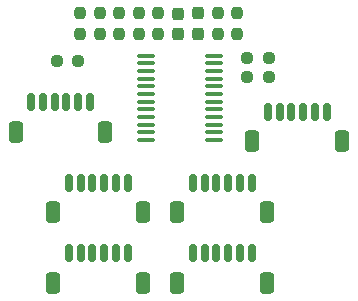
<source format=gbr>
%TF.GenerationSoftware,KiCad,Pcbnew,(6.0.4)*%
%TF.CreationDate,2023-05-25T13:52:57-04:00*%
%TF.ProjectId,CONN,434f4e4e-2e6b-4696-9361-645f70636258,rev?*%
%TF.SameCoordinates,Original*%
%TF.FileFunction,Paste,Top*%
%TF.FilePolarity,Positive*%
%FSLAX46Y46*%
G04 Gerber Fmt 4.6, Leading zero omitted, Abs format (unit mm)*
G04 Created by KiCad (PCBNEW (6.0.4)) date 2023-05-25 13:52:57*
%MOMM*%
%LPD*%
G01*
G04 APERTURE LIST*
G04 Aperture macros list*
%AMRoundRect*
0 Rectangle with rounded corners*
0 $1 Rounding radius*
0 $2 $3 $4 $5 $6 $7 $8 $9 X,Y pos of 4 corners*
0 Add a 4 corners polygon primitive as box body*
4,1,4,$2,$3,$4,$5,$6,$7,$8,$9,$2,$3,0*
0 Add four circle primitives for the rounded corners*
1,1,$1+$1,$2,$3*
1,1,$1+$1,$4,$5*
1,1,$1+$1,$6,$7*
1,1,$1+$1,$8,$9*
0 Add four rect primitives between the rounded corners*
20,1,$1+$1,$2,$3,$4,$5,0*
20,1,$1+$1,$4,$5,$6,$7,0*
20,1,$1+$1,$6,$7,$8,$9,0*
20,1,$1+$1,$8,$9,$2,$3,0*%
G04 Aperture macros list end*
%ADD10RoundRect,0.237500X0.237500X-0.250000X0.237500X0.250000X-0.237500X0.250000X-0.237500X-0.250000X0*%
%ADD11RoundRect,0.150000X0.150000X0.625000X-0.150000X0.625000X-0.150000X-0.625000X0.150000X-0.625000X0*%
%ADD12RoundRect,0.250000X0.350000X0.650000X-0.350000X0.650000X-0.350000X-0.650000X0.350000X-0.650000X0*%
%ADD13RoundRect,0.237500X0.250000X0.237500X-0.250000X0.237500X-0.250000X-0.237500X0.250000X-0.237500X0*%
%ADD14RoundRect,0.237500X-0.237500X0.250000X-0.237500X-0.250000X0.237500X-0.250000X0.237500X0.250000X0*%
%ADD15RoundRect,0.237500X-0.237500X0.287500X-0.237500X-0.287500X0.237500X-0.287500X0.237500X0.287500X0*%
%ADD16RoundRect,0.237500X-0.250000X-0.237500X0.250000X-0.237500X0.250000X0.237500X-0.250000X0.237500X0*%
%ADD17RoundRect,0.237500X0.237500X-0.300000X0.237500X0.300000X-0.237500X0.300000X-0.237500X-0.300000X0*%
%ADD18RoundRect,0.100000X-0.637500X-0.100000X0.637500X-0.100000X0.637500X0.100000X-0.637500X0.100000X0*%
G04 APERTURE END LIST*
D10*
%TO.C,R7*%
X148385000Y-47825000D03*
X148385000Y-46000000D03*
%TD*%
D11*
%TO.C,J9*%
X161250000Y-66363022D03*
X160250000Y-66363022D03*
X159250000Y-66363022D03*
X158250000Y-66363022D03*
X157250000Y-66363022D03*
X156250000Y-66363022D03*
D12*
X162550000Y-68888022D03*
X154950000Y-68888022D03*
%TD*%
D13*
%TO.C,R4*%
X146552500Y-50058022D03*
X144727500Y-50058022D03*
%TD*%
D14*
%TO.C,R9*%
X150035000Y-46000000D03*
X150035000Y-47825000D03*
%TD*%
D15*
%TO.C,D1*%
X155025000Y-46060000D03*
X155025000Y-47810000D03*
%TD*%
D16*
%TO.C,R3*%
X160837500Y-51450000D03*
X162662500Y-51450000D03*
%TD*%
D11*
%TO.C,J7*%
X150750000Y-60363022D03*
X149750000Y-60363022D03*
X148750000Y-60363022D03*
X147750000Y-60363022D03*
X146750000Y-60363022D03*
X145750000Y-60363022D03*
D12*
X152050000Y-62888022D03*
X144450000Y-62888022D03*
%TD*%
D11*
%TO.C,J6*%
X147550000Y-53563022D03*
X146550000Y-53563022D03*
X145550000Y-53563022D03*
X144550000Y-53563022D03*
X143550000Y-53563022D03*
X142550000Y-53563022D03*
D12*
X148850000Y-56088022D03*
X141250000Y-56088022D03*
%TD*%
D10*
%TO.C,R1*%
X153335000Y-47825000D03*
X153335000Y-46000000D03*
%TD*%
D11*
%TO.C,J8*%
X167600000Y-54363022D03*
X166600000Y-54363022D03*
X165600000Y-54363022D03*
X164600000Y-54363022D03*
X163600000Y-54363022D03*
X162600000Y-54363022D03*
D12*
X161300000Y-56888022D03*
X168900000Y-56888022D03*
%TD*%
D11*
%TO.C,J4*%
X150750000Y-66363022D03*
X149750000Y-66363022D03*
X148750000Y-66363022D03*
X147750000Y-66363022D03*
X146750000Y-66363022D03*
X145750000Y-66363022D03*
D12*
X144450000Y-68888022D03*
X152050000Y-68888022D03*
%TD*%
D14*
%TO.C,R10*%
X146735000Y-46000000D03*
X146735000Y-47825000D03*
%TD*%
%TO.C,R8*%
X158365000Y-45990000D03*
X158365000Y-47815000D03*
%TD*%
D17*
%TO.C,C1*%
X156715000Y-47765000D03*
X156715000Y-46040000D03*
%TD*%
D16*
%TO.C,R2*%
X160837500Y-49780000D03*
X162662500Y-49780000D03*
%TD*%
D10*
%TO.C,R5*%
X160015000Y-47815000D03*
X160015000Y-45990000D03*
%TD*%
D18*
%TO.C,U1*%
X152287500Y-49613022D03*
X152287500Y-50263022D03*
X152287500Y-50913022D03*
X152287500Y-51563022D03*
X152287500Y-52213022D03*
X152287500Y-52863022D03*
X152287500Y-53513022D03*
X152287500Y-54163022D03*
X152287500Y-54813022D03*
X152287500Y-55463022D03*
X152287500Y-56113022D03*
X152287500Y-56763022D03*
X158012500Y-56763022D03*
X158012500Y-56113022D03*
X158012500Y-55463022D03*
X158012500Y-54813022D03*
X158012500Y-54163022D03*
X158012500Y-53513022D03*
X158012500Y-52863022D03*
X158012500Y-52213022D03*
X158012500Y-51563022D03*
X158012500Y-50913022D03*
X158012500Y-50263022D03*
X158012500Y-49613022D03*
%TD*%
D10*
%TO.C,R6*%
X151685000Y-47825000D03*
X151685000Y-46000000D03*
%TD*%
D11*
%TO.C,J5*%
X161250000Y-60363022D03*
X160250000Y-60363022D03*
X159250000Y-60363022D03*
X158250000Y-60363022D03*
X157250000Y-60363022D03*
X156250000Y-60363022D03*
D12*
X154950000Y-62888022D03*
X162550000Y-62888022D03*
%TD*%
M02*

</source>
